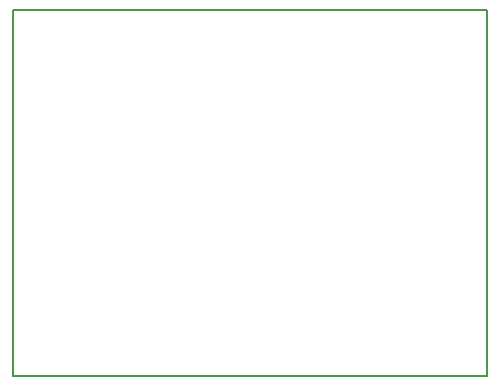
<source format=gm1>
G04 #@! TF.FileFunction,Profile,NP*
%FSLAX46Y46*%
G04 Gerber Fmt 4.6, Leading zero omitted, Abs format (unit mm)*
G04 Created by KiCad (PCBNEW 4.0.6) date Friday, March 31, 2017 'PMt' 06:41:41 PM*
%MOMM*%
%LPD*%
G01*
G04 APERTURE LIST*
%ADD10C,0.100000*%
%ADD11C,0.150000*%
G04 APERTURE END LIST*
D10*
D11*
X128524000Y-124968000D02*
X128524000Y-93980000D01*
X168656000Y-93980000D02*
X168656000Y-124968000D01*
X168656000Y-124968000D02*
X128524000Y-124968000D01*
X128524000Y-93980000D02*
X168656000Y-93980000D01*
M02*

</source>
